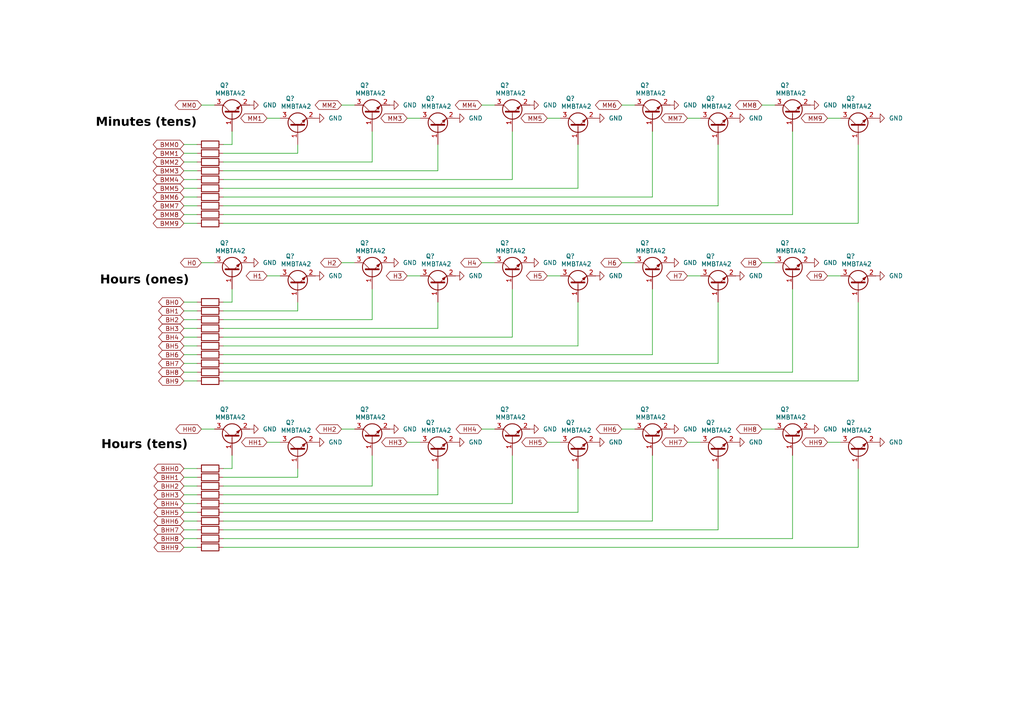
<source format=kicad_sch>
(kicad_sch (version 20231120) (generator "eeschema") (generator_version "8.0")
  (paper "A4")
  (lib_symbols
    (symbol "Device:R" (pin_numbers hide) (pin_names (offset 0))
      (property "Reference" "R" (at 2.032 0 90))
      (property "Value" "R" (at 0 0 90))
      (symbol "R_1_1"
        (pin passive line (at 0 3.81 270) (length 1.27) (name "~") (number "1"))
        (pin passive line (at 0 -3.81 90) (length 1.27) (name "~") (number "2"))
      )
    )
    (symbol "GND_1" (power) (pin_numbers hide) (pin_names (offset 0) hide)
      (property "Value" "GND" (at 0 -3.81 0))
      (symbol "GND_1_1_1"
        (pin power_in line (at 0 0 270) (length 0) (name "~") (number "1"))
      )
    )
    (symbol "GND_2" (power) (pin_numbers hide) (pin_names (offset 0) hide)
      (property "Value" "GND" (at 0 -3.81 0))
      (symbol "GND_2_1_1"
        (pin power_in line (at 0 0 270) (length 0) (name "~") (number "1"))
      )
    )
    (symbol "Transistor_BJT:MMBTA42" (pin_names (offset 0) hide)
      (property "Reference" "Q" (at 5.08 1.905 0))
      (property "Value" "MMBTA42" (at 5.08 0 0))
      (symbol "MMBTA42_1_1"
        (pin input line (at -5.08 0 0) (length 5.08) (name "B") (number "1"))
        (pin passive line (at 2.54 -5.08 90) (length 2.54) (name "E") (number "2"))
        (pin passive line (at 2.54 5.08 270) (length 2.54) (name "C") (number "3"))
      )
    )
  )
  (wire (pts (xy 229.87 132.08) (xy 229.87 156.21)))
  (wire (pts (xy 208.28 135.89) (xy 208.28 153.67)))
  (wire (pts (xy 64.77 44.45) (xy 86.36 44.45)))
  (wire (pts (xy 118.11 80.01) (xy 121.92 80.01)))
  (wire (pts (xy 53.34 138.43) (xy 57.15 138.43)))
  (wire (pts (xy 99.06 30.48) (xy 102.87 30.48)))
  (wire (pts (xy 107.95 132.08) (xy 107.95 140.97)))
  (wire (pts (xy 118.11 128.27) (xy 121.92 128.27)))
  (wire (pts (xy 248.92 41.91) (xy 248.92 64.77)))
  (wire (pts (xy 248.92 158.75) (xy 64.77 158.75)))
  (wire (pts (xy 229.87 107.95) (xy 64.77 107.95)))
  (wire (pts (xy 240.03 80.01) (xy 243.84 80.01)))
  (wire (pts (xy 86.36 44.45) (xy 86.36 41.91)))
  (wire (pts (xy 229.87 156.21) (xy 64.77 156.21)))
  (wire (pts (xy 53.34 143.51) (xy 57.15 143.51)))
  (wire (pts (xy 53.34 135.89) (xy 57.15 135.89)))
  (wire (pts (xy 53.34 140.97) (xy 57.15 140.97)))
  (wire (pts (xy 64.77 41.91) (xy 67.31 41.91)))
  (wire (pts (xy 53.34 90.17) (xy 57.15 90.17)))
  (wire (pts (xy 220.98 76.2) (xy 224.79 76.2)))
  (wire (pts (xy 53.34 44.45) (xy 57.15 44.45)))
  (wire (pts (xy 53.34 110.49) (xy 57.15 110.49)))
  (wire (pts (xy 167.64 54.61) (xy 64.77 54.61)))
  (wire (pts (xy 167.64 148.59) (xy 64.77 148.59)))
  (wire (pts (xy 229.87 38.1) (xy 229.87 62.23)))
  (wire (pts (xy 53.34 92.71) (xy 57.15 92.71)))
  (wire (pts (xy 67.31 87.63) (xy 67.31 83.82)))
  (wire (pts (xy 208.28 105.41) (xy 64.77 105.41)))
  (wire (pts (xy 248.92 110.49) (xy 64.77 110.49)))
  (wire (pts (xy 53.34 100.33) (xy 57.15 100.33)))
  (wire (pts (xy 53.34 57.15) (xy 57.15 57.15)))
  (wire (pts (xy 107.95 140.97) (xy 64.77 140.97)))
  (wire (pts (xy 248.92 64.77) (xy 64.77 64.77)))
  (wire (pts (xy 107.95 83.82) (xy 107.95 92.71)))
  (wire (pts (xy 167.64 135.89) (xy 167.64 148.59)))
  (wire (pts (xy 127 41.91) (xy 127 49.53)))
  (wire (pts (xy 139.7 30.48) (xy 143.51 30.48)))
  (wire (pts (xy 53.34 41.91) (xy 57.15 41.91)))
  (wire (pts (xy 189.23 102.87) (xy 64.77 102.87)))
  (wire (pts (xy 148.59 146.05) (xy 64.77 146.05)))
  (wire (pts (xy 53.34 59.69) (xy 57.15 59.69)))
  (wire (pts (xy 189.23 57.15) (xy 64.77 57.15)))
  (wire (pts (xy 118.11 34.29) (xy 121.92 34.29)))
  (wire (pts (xy 86.36 90.17) (xy 86.36 87.63)))
  (wire (pts (xy 53.34 158.75) (xy 57.15 158.75)))
  (wire (pts (xy 208.28 59.69) (xy 64.77 59.69)))
  (wire (pts (xy 180.34 30.48) (xy 184.15 30.48)))
  (wire (pts (xy 127 143.51) (xy 64.77 143.51)))
  (wire (pts (xy 158.75 34.29) (xy 162.56 34.29)))
  (wire (pts (xy 148.59 132.08) (xy 148.59 146.05)))
  (wire (pts (xy 208.28 87.63) (xy 208.28 105.41)))
  (wire (pts (xy 107.95 38.1) (xy 107.95 46.99)))
  (wire (pts (xy 240.03 34.29) (xy 243.84 34.29)))
  (wire (pts (xy 167.64 41.91) (xy 167.64 54.61)))
  (wire (pts (xy 53.34 64.77) (xy 57.15 64.77)))
  (wire (pts (xy 64.77 90.17) (xy 86.36 90.17)))
  (wire (pts (xy 58.42 30.48) (xy 62.23 30.48)))
  (wire (pts (xy 199.39 128.27) (xy 203.2 128.27)))
  (wire (pts (xy 208.28 41.91) (xy 208.28 59.69)))
  (wire (pts (xy 199.39 80.01) (xy 203.2 80.01)))
  (wire (pts (xy 58.42 124.46) (xy 62.23 124.46)))
  (wire (pts (xy 158.75 128.27) (xy 162.56 128.27)))
  (wire (pts (xy 148.59 83.82) (xy 148.59 97.79)))
  (wire (pts (xy 53.34 46.99) (xy 57.15 46.99)))
  (wire (pts (xy 64.77 87.63) (xy 67.31 87.63)))
  (wire (pts (xy 58.42 76.2) (xy 62.23 76.2)))
  (wire (pts (xy 99.06 124.46) (xy 102.87 124.46)))
  (wire (pts (xy 229.87 83.82) (xy 229.87 107.95)))
  (wire (pts (xy 53.34 156.21) (xy 57.15 156.21)))
  (wire (pts (xy 53.34 52.07) (xy 57.15 52.07)))
  (wire (pts (xy 99.06 76.2) (xy 102.87 76.2)))
  (wire (pts (xy 139.7 124.46) (xy 143.51 124.46)))
  (wire (pts (xy 107.95 92.71) (xy 64.77 92.71)))
  (wire (pts (xy 148.59 52.07) (xy 64.77 52.07)))
  (wire (pts (xy 53.34 148.59) (xy 57.15 148.59)))
  (wire (pts (xy 220.98 30.48) (xy 224.79 30.48)))
  (wire (pts (xy 248.92 87.63) (xy 248.92 110.49)))
  (wire (pts (xy 77.47 128.27) (xy 81.28 128.27)))
  (wire (pts (xy 86.36 138.43) (xy 86.36 135.89)))
  (wire (pts (xy 148.59 97.79) (xy 64.77 97.79)))
  (wire (pts (xy 53.34 153.67) (xy 57.15 153.67)))
  (wire (pts (xy 248.92 135.89) (xy 248.92 158.75)))
  (wire (pts (xy 208.28 153.67) (xy 64.77 153.67)))
  (wire (pts (xy 127 49.53) (xy 64.77 49.53)))
  (wire (pts (xy 189.23 83.82) (xy 189.23 102.87)))
  (wire (pts (xy 127 135.89) (xy 127 143.51)))
  (wire (pts (xy 148.59 38.1) (xy 148.59 52.07)))
  (wire (pts (xy 53.34 105.41) (xy 57.15 105.41)))
  (wire (pts (xy 139.7 76.2) (xy 143.51 76.2)))
  (wire (pts (xy 53.34 151.13) (xy 57.15 151.13)))
  (wire (pts (xy 53.34 97.79) (xy 57.15 97.79)))
  (wire (pts (xy 64.77 138.43) (xy 86.36 138.43)))
  (wire (pts (xy 127 95.25) (xy 64.77 95.25)))
  (wire (pts (xy 158.75 80.01) (xy 162.56 80.01)))
  (wire (pts (xy 53.34 54.61) (xy 57.15 54.61)))
  (wire (pts (xy 53.34 107.95) (xy 57.15 107.95)))
  (wire (pts (xy 127 87.63) (xy 127 95.25)))
  (wire (pts (xy 229.87 62.23) (xy 64.77 62.23)))
  (wire (pts (xy 53.34 49.53) (xy 57.15 49.53)))
  (wire (pts (xy 199.39 34.29) (xy 203.2 34.29)))
  (wire (pts (xy 189.23 38.1) (xy 189.23 57.15)))
  (wire (pts (xy 189.23 132.08) (xy 189.23 151.13)))
  (wire (pts (xy 220.98 124.46) (xy 224.79 124.46)))
  (wire (pts (xy 167.64 87.63) (xy 167.64 100.33)))
  (wire (pts (xy 189.23 151.13) (xy 64.77 151.13)))
  (wire (pts (xy 67.31 135.89) (xy 67.31 132.08)))
  (wire (pts (xy 53.34 62.23) (xy 57.15 62.23)))
  (wire (pts (xy 67.31 41.91) (xy 67.31 38.1)))
  (wire (pts (xy 53.34 146.05) (xy 57.15 146.05)))
  (wire (pts (xy 180.34 124.46) (xy 184.15 124.46)))
  (wire (pts (xy 53.34 95.25) (xy 57.15 95.25)))
  (wire (pts (xy 53.34 87.63) (xy 57.15 87.63)))
  (wire (pts (xy 180.34 76.2) (xy 184.15 76.2)))
  (wire (pts (xy 107.95 46.99) (xy 64.77 46.99)))
  (wire (pts (xy 167.64 100.33) (xy 64.77 100.33)))
  (wire (pts (xy 240.03 128.27) (xy 243.84 128.27)))
  (wire (pts (xy 64.77 135.89) (xy 67.31 135.89)))
  (wire (pts (xy 53.34 102.87) (xy 57.15 102.87)))
  (wire (pts (xy 77.47 34.29) (xy 81.28 34.29)))
  (wire (pts (xy 77.47 80.01) (xy 81.28 80.01)))
  (text "Hours (tens)" (at 41.91 129.794 0) (effects (font (size 2.54 2.54) (bold yes))))
  (text "Hours (ones)" (at 41.91 82.042 0) (effects (font (size 2.54 2.54) (bold yes))))
  (text "Minutes (tens)" (at 42.418 36.322 0) (effects (font (size 2.54 2.54) (bold yes))))
  (global_label "BH9" (shape bidirectional) (at 53.34 110.49 180) (property "Intersheetrefs" "${INTERSHEET_REFS}" (effects (hide yes))))
  (global_label "BH3" (shape bidirectional) (at 53.34 95.25 180) (property "Intersheetrefs" "${INTERSHEET_REFS}" (effects (hide yes))))
  (global_label "H0" (shape bidirectional) (at 58.42 76.2 180) (property "Intersheetrefs" "${INTERSHEET_REFS}" (effects (hide yes))))
  (global_label "BHH0" (shape bidirectional) (at 53.34 135.89 180) (property "Intersheetrefs" "${INTERSHEET_REFS}" (effects (hide yes))))
  (global_label "MM6" (shape bidirectional) (at 180.34 30.48 180) (property "Intersheetrefs" "${INTERSHEET_REFS}" (effects (hide yes))))
  (global_label "BHH4" (shape bidirectional) (at 53.34 146.05 180) (property "Intersheetrefs" "${INTERSHEET_REFS}" (effects (hide yes))))
  (global_label "BMM2" (shape bidirectional) (at 53.34 46.99 180) (property "Intersheetrefs" "${INTERSHEET_REFS}" (effects (hide yes))))
  (global_label "BMM5" (shape bidirectional) (at 53.34 54.61 180) (property "Intersheetrefs" "${INTERSHEET_REFS}" (effects (hide yes))))
  (global_label "BMM0" (shape bidirectional) (at 53.34 41.91 180) (property "Intersheetrefs" "${INTERSHEET_REFS}" (effects (hide yes))))
  (global_label "H3" (shape bidirectional) (at 118.11 80.01 180) (property "Intersheetrefs" "${INTERSHEET_REFS}" (effects (hide yes))))
  (global_label "BMM7" (shape bidirectional) (at 53.34 59.69 180) (property "Intersheetrefs" "${INTERSHEET_REFS}" (effects (hide yes))))
  (global_label "BHH8" (shape bidirectional) (at 53.34 156.21 180) (property "Intersheetrefs" "${INTERSHEET_REFS}" (effects (hide yes))))
  (global_label "MM0" (shape bidirectional) (at 58.42 30.48 180) (property "Intersheetrefs" "${INTERSHEET_REFS}" (effects (hide yes))))
  (global_label "BH1" (shape bidirectional) (at 53.34 90.17 180) (property "Intersheetrefs" "${INTERSHEET_REFS}" (effects (hide yes))))
  (global_label "HH5" (shape bidirectional) (at 158.75 128.27 180) (property "Intersheetrefs" "${INTERSHEET_REFS}" (effects (hide yes))))
  (global_label "H5" (shape bidirectional) (at 158.75 80.01 180) (property "Intersheetrefs" "${INTERSHEET_REFS}" (effects (hide yes))))
  (global_label "MM1" (shape bidirectional) (at 77.47 34.29 180) (property "Intersheetrefs" "${INTERSHEET_REFS}" (effects (hide yes))))
  (global_label "H2" (shape bidirectional) (at 99.06 76.2 180) (property "Intersheetrefs" "${INTERSHEET_REFS}" (effects (hide yes))))
  (global_label "HH9" (shape bidirectional) (at 240.03 128.27 180) (property "Intersheetrefs" "${INTERSHEET_REFS}" (effects (hide yes))))
  (global_label "BMM9" (shape bidirectional) (at 53.34 64.77 180) (property "Intersheetrefs" "${INTERSHEET_REFS}" (effects (hide yes))))
  (global_label "HH3" (shape bidirectional) (at 118.11 128.27 180) (property "Intersheetrefs" "${INTERSHEET_REFS}" (effects (hide yes))))
  (global_label "MM8" (shape bidirectional) (at 220.98 30.48 180) (property "Intersheetrefs" "${INTERSHEET_REFS}" (effects (hide yes))))
  (global_label "BH5" (shape bidirectional) (at 53.34 100.33 180) (property "Intersheetrefs" "${INTERSHEET_REFS}" (effects (hide yes))))
  (global_label "BH6" (shape bidirectional) (at 53.34 102.87 180) (property "Intersheetrefs" "${INTERSHEET_REFS}" (effects (hide yes))))
  (global_label "BMM1" (shape bidirectional) (at 53.34 44.45 180) (property "Intersheetrefs" "${INTERSHEET_REFS}" (effects (hide yes))))
  (global_label "MM7" (shape bidirectional) (at 199.39 34.29 180) (property "Intersheetrefs" "${INTERSHEET_REFS}" (effects (hide yes))))
  (global_label "HH2" (shape bidirectional) (at 99.06 124.46 180) (property "Intersheetrefs" "${INTERSHEET_REFS}" (effects (hide yes))))
  (global_label "BHH6" (shape bidirectional) (at 53.34 151.13 180) (property "Intersheetrefs" "${INTERSHEET_REFS}" (effects (hide yes))))
  (global_label "BHH7" (shape bidirectional) (at 53.34 153.67 180) (property "Intersheetrefs" "${INTERSHEET_REFS}" (effects (hide yes))))
  (global_label "HH7" (shape bidirectional) (at 199.39 128.27 180) (property "Intersheetrefs" "${INTERSHEET_REFS}" (effects (hide yes))))
  (global_label "BMM8" (shape bidirectional) (at 53.34 62.23 180) (property "Intersheetrefs" "${INTERSHEET_REFS}" (effects (hide yes))))
  (global_label "BH2" (shape bidirectional) (at 53.34 92.71 180) (property "Intersheetrefs" "${INTERSHEET_REFS}" (effects (hide yes))))
  (global_label "H1" (shape bidirectional) (at 77.47 80.01 180) (property "Intersheetrefs" "${INTERSHEET_REFS}" (effects (hide yes))))
  (global_label "BHH9" (shape bidirectional) (at 53.34 158.75 180) (property "Intersheetrefs" "${INTERSHEET_REFS}" (effects (hide yes))))
  (global_label "H7" (shape bidirectional) (at 199.39 80.01 180) (property "Intersheetrefs" "${INTERSHEET_REFS}" (effects (hide yes))))
  (global_label "BMM4" (shape bidirectional) (at 53.34 52.07 180) (property "Intersheetrefs" "${INTERSHEET_REFS}" (effects (hide yes))))
  (global_label "BHH5" (shape bidirectional) (at 53.34 148.59 180) (property "Intersheetrefs" "${INTERSHEET_REFS}" (effects (hide yes))))
  (global_label "MM3" (shape bidirectional) (at 118.11 34.29 180) (property "Intersheetrefs" "${INTERSHEET_REFS}" (effects (hide yes))))
  (global_label "BH8" (shape bidirectional) (at 53.34 107.95 180) (property "Intersheetrefs" "${INTERSHEET_REFS}" (effects (hide yes))))
  (global_label "HH8" (shape bidirectional) (at 220.98 124.46 180) (property "Intersheetrefs" "${INTERSHEET_REFS}" (effects (hide yes))))
  (global_label "BHH3" (shape bidirectional) (at 53.34 143.51 180) (property "Intersheetrefs" "${INTERSHEET_REFS}" (effects (hide yes))))
  (global_label "BMM3" (shape bidirectional) (at 53.34 49.53 180) (property "Intersheetrefs" "${INTERSHEET_REFS}" (effects (hide yes))))
  (global_label "H9" (shape bidirectional) (at 240.03 80.01 180) (property "Intersheetrefs" "${INTERSHEET_REFS}" (effects (hide yes))))
  (global_label "BMM6" (shape bidirectional) (at 53.34 57.15 180) (property "Intersheetrefs" "${INTERSHEET_REFS}" (effects (hide yes))))
  (global_label "HH4" (shape bidirectional) (at 139.7 124.46 180) (property "Intersheetrefs" "${INTERSHEET_REFS}" (effects (hide yes))))
  (global_label "HH6" (shape bidirectional) (at 180.34 124.46 180) (property "Intersheetrefs" "${INTERSHEET_REFS}" (effects (hide yes))))
  (global_label "H8" (shape bidirectional) (at 220.98 76.2 180) (property "Intersheetrefs" "${INTERSHEET_REFS}" (effects (hide yes))))
  (global_label "HH0" (shape bidirectional) (at 58.42 124.46 180) (property "Intersheetrefs" "${INTERSHEET_REFS}" (effects (hide yes))))
  (global_label "MM9" (shape bidirectional) (at 240.03 34.29 180) (property "Intersheetrefs" "${INTERSHEET_REFS}" (effects (hide yes))))
  (global_label "MM2" (shape bidirectional) (at 99.06 30.48 180) (property "Intersheetrefs" "${INTERSHEET_REFS}" (effects (hide yes))))
  (global_label "BH0" (shape bidirectional) (at 53.34 87.63 180) (property "Intersheetrefs" "${INTERSHEET_REFS}" (effects (hide yes))))
  (global_label "BHH2" (shape bidirectional) (at 53.34 140.97 180) (property "Intersheetrefs" "${INTERSHEET_REFS}" (effects (hide yes))))
  (global_label "BHH1" (shape bidirectional) (at 53.34 138.43 180) (property "Intersheetrefs" "${INTERSHEET_REFS}" (effects (hide yes))))
  (global_label "H6" (shape bidirectional) (at 180.34 76.2 180) (property "Intersheetrefs" "${INTERSHEET_REFS}" (effects (hide yes))))
  (global_label "BH7" (shape bidirectional) (at 53.34 105.41 180) (property "Intersheetrefs" "${INTERSHEET_REFS}" (effects (hide yes))))
  (global_label "MM5" (shape bidirectional) (at 158.75 34.29 180) (property "Intersheetrefs" "${INTERSHEET_REFS}" (effects (hide yes))))
  (global_label "MM4" (shape bidirectional) (at 139.7 30.48 180) (property "Intersheetrefs" "${INTERSHEET_REFS}" (effects (hide yes))))
  (global_label "BH4" (shape bidirectional) (at 53.34 97.79 180) (property "Intersheetrefs" "${INTERSHEET_REFS}" (effects (hide yes))))
  (global_label "HH1" (shape bidirectional) (at 77.47 128.27 180) (property "Intersheetrefs" "${INTERSHEET_REFS}" (effects (hide yes))))
  (global_label "H4" (shape bidirectional) (at 139.7 76.2 180) (property "Intersheetrefs" "${INTERSHEET_REFS}" (effects (hide yes))))
  (symbol (lib_id "Transistor_BJT:MMBTA42") (at 67.31 78.74 90) (unit 1)
    (property "Reference" "Q?" (at 66.421 70.485 90) (effects (justify left)))
    (property "Value" "MMBTA42" (at 71.247 72.771 90) (effects (justify left)))
    (property "Footprint" "Package_TO_SOT_SMD:SOT-23" (effects (hide yes)))
    (property "Datasheet" "https://www.onsemi.com/pub/Collateral/MMBTA42LT1-D.PDF" (effects (hide yes)))
    (instances (project "nixie-clock-esp32" (path "" (reference "Q?") (unit 1))) (project "display" (path "" (reference "Q?") (unit 1))) (project "clock" (path "" (reference "Q2") (unit 1))))
  )
  (symbol (lib_name "GND_2") (lib_id "power:GND") (at 91.44 34.29 90) (unit 1)
    (property "Reference" "#PWR037" (effects (hide yes)))
    (property "Value" "GND" (at 95.25 34.2899 90) (effects (justify right)))
    (property "Description" "Power symbol creates a global label with name \"GND\" , ground" (effects (hide yes)))
  )
  (symbol (lib_id "Device:R") (at 60.96 90.17 90) (unit 1)
    (property "Reference" "R?" (effects (hide yes)))
    (property "Value" "10k" (effects (hide yes)))
    (property "Footprint" "Resistor_SMD:R_0805_2012Metric_Pad1.20x1.40mm_HandSolder" (effects (hide yes)))
    (property "Description" "Resistor" (effects (hide yes)))
    (property "Manufacturer_Part_Number" "RC0805FR-0710KL" (effects (hide yes)))
    (instances (project "nixie-clock-esp32" (path "" (reference "R?") (unit 1))) (project "display" (path "" (reference "R?") (unit 1))) (project "clock" (path "" (reference "R20") (unit 1))))
  )
  (symbol (lib_name "GND_2") (lib_id "power:GND") (at 194.31 124.46 90) (unit 1)
    (property "Reference" "#PWR054" (effects (hide yes)))
    (property "Value" "GND" (at 198.12 124.4599 90) (effects (justify right)))
    (property "Description" "Power symbol creates a global label with name \"GND\" , ground" (effects (hide yes)))
  )
  (symbol (lib_id "Device:R") (at 60.96 64.77 90) (unit 1)
    (property "Reference" "R?" (effects (hide yes)))
    (property "Value" "10k" (effects (hide yes)))
    (property "Footprint" "Resistor_SMD:R_0805_2012Metric_Pad1.20x1.40mm_HandSolder" (effects (hide yes)))
    (property "Description" "Resistor" (effects (hide yes)))
    (property "Manufacturer_Part_Number" "RC0805FR-0710KL" (effects (hide yes)))
    (instances (project "nixie-clock-esp32" (path "" (reference "R?") (unit 1))) (project "display" (path "" (reference "R?") (unit 1))) (project "clock" (path "" (reference "R18") (unit 1))))
  )
  (symbol (lib_name "GND_2") (lib_id "power:GND") (at 132.08 128.27 90) (unit 1)
    (property "Reference" "#PWR045" (effects (hide yes)))
    (property "Value" "GND" (at 135.89 128.2699 90) (effects (justify right)))
    (property "Description" "Power symbol creates a global label with name \"GND\" , ground" (effects (hide yes)))
  )
  (symbol (lib_id "Transistor_BJT:MMBTA42") (at 127 82.55 90) (unit 1)
    (property "Reference" "Q?" (at 126.111 74.295 90) (effects (justify left)))
    (property "Value" "MMBTA42" (at 130.937 76.581 90) (effects (justify left)))
    (property "Footprint" "Package_TO_SOT_SMD:SOT-23" (effects (hide yes)))
    (property "Datasheet" "https://www.onsemi.com/pub/Collateral/MMBTA42LT1-D.PDF" (effects (hide yes)))
    (instances (project "nixie-clock-esp32" (path "" (reference "Q?") (unit 1))) (project "display" (path "" (reference "Q?") (unit 1))) (project "clock" (path "" (reference "Q11") (unit 1))))
  )
  (symbol (lib_name "GND_2") (lib_id "power:GND") (at 91.44 128.27 90) (unit 1)
    (property "Reference" "#PWR039" (effects (hide yes)))
    (property "Value" "GND" (at 95.25 128.2699 90) (effects (justify right)))
    (property "Description" "Power symbol creates a global label with name \"GND\" , ground" (effects (hide yes)))
  )
  (symbol (lib_id "Device:R") (at 60.96 57.15 90) (unit 1)
    (property "Reference" "R?" (effects (hide yes)))
    (property "Value" "10k" (effects (hide yes)))
    (property "Footprint" "Resistor_SMD:R_0805_2012Metric_Pad1.20x1.40mm_HandSolder" (effects (hide yes)))
    (property "Description" "Resistor" (effects (hide yes)))
    (property "Manufacturer_Part_Number" "RC0805FR-0710KL" (effects (hide yes)))
    (instances (project "nixie-clock-esp32" (path "" (reference "R?") (unit 1))) (project "display" (path "" (reference "R?") (unit 1))) (project "clock" (path "" (reference "R15") (unit 1))))
  )
  (symbol (lib_id "Device:R") (at 60.96 95.25 90) (unit 1)
    (property "Reference" "R?" (effects (hide yes)))
    (property "Value" "10k" (effects (hide yes)))
    (property "Footprint" "Resistor_SMD:R_0805_2012Metric_Pad1.20x1.40mm_HandSolder" (effects (hide yes)))
    (property "Description" "Resistor" (effects (hide yes)))
    (property "Manufacturer_Part_Number" "RC0805FR-0710KL" (effects (hide yes)))
    (instances (project "nixie-clock-esp32" (path "" (reference "R?") (unit 1))) (project "display" (path "" (reference "R?") (unit 1))) (project "clock" (path "" (reference "R22") (unit 1))))
  )
  (symbol (lib_name "GND_2") (lib_id "power:GND") (at 194.31 30.48 90) (unit 1)
    (property "Reference" "#PWR052" (effects (hide yes)))
    (property "Value" "GND" (at 198.12 30.4799 90) (effects (justify right)))
    (property "Description" "Power symbol creates a global label with name \"GND\" , ground" (effects (hide yes)))
  )
  (symbol (lib_name "GND_2") (lib_id "power:GND") (at 132.08 80.01 90) (unit 1)
    (property "Reference" "#PWR044" (effects (hide yes)))
    (property "Value" "GND" (at 135.89 80.0099 90) (effects (justify right)))
    (property "Description" "Power symbol creates a global label with name \"GND\" , ground" (effects (hide yes)))
  )
  (symbol (lib_id "Transistor_BJT:MMBTA42") (at 86.36 36.83 90) (unit 1)
    (property "Reference" "Q?" (at 85.471 28.575 90) (effects (justify left)))
    (property "Value" "MMBTA42" (at 90.297 30.861 90) (effects (justify left)))
    (property "Footprint" "Package_TO_SOT_SMD:SOT-23" (effects (hide yes)))
    (property "Datasheet" "https://www.onsemi.com/pub/Collateral/MMBTA42LT1-D.PDF" (effects (hide yes)))
    (instances (project "nixie-clock-esp32" (path "" (reference "Q?") (unit 1))) (project "display" (path "" (reference "Q?") (unit 1))) (project "clock" (path "" (reference "Q4") (unit 1))))
  )
  (symbol (lib_id "Device:R") (at 60.96 156.21 90) (unit 1)
    (property "Reference" "R?" (effects (hide yes)))
    (property "Value" "10k" (effects (hide yes)))
    (property "Footprint" "Resistor_SMD:R_0805_2012Metric_Pad1.20x1.40mm_HandSolder" (effects (hide yes)))
    (property "Description" "Resistor" (effects (hide yes)))
    (property "Manufacturer_Part_Number" "RC0805FR-0710KL" (effects (hide yes)))
    (instances (project "nixie-clock-esp32" (path "" (reference "R?") (unit 1))) (project "display" (path "" (reference "R?") (unit 1))) (project "clock" (path "" (reference "R37") (unit 1))))
  )
  (symbol (lib_id "Device:R") (at 60.96 52.07 90) (unit 1)
    (property "Reference" "R?" (effects (hide yes)))
    (property "Value" "10k" (effects (hide yes)))
    (property "Footprint" "Resistor_SMD:R_0805_2012Metric_Pad1.20x1.40mm_HandSolder" (effects (hide yes)))
    (property "Description" "Resistor" (effects (hide yes)))
    (property "Manufacturer_Part_Number" "RC0805FR-0710KL" (effects (hide yes)))
    (instances (project "nixie-clock-esp32" (path "" (reference "R?") (unit 1))) (project "display" (path "" (reference "R?") (unit 1))) (project "clock" (path "" (reference "R13") (unit 1))))
  )
  (symbol (lib_id "Transistor_BJT:MMBTA42") (at 189.23 127 90) (unit 1)
    (property "Reference" "Q?" (at 188.341 118.745 90) (effects (justify left)))
    (property "Value" "MMBTA42" (at 193.167 121.031 90) (effects (justify left)))
    (property "Footprint" "Package_TO_SOT_SMD:SOT-23" (effects (hide yes)))
    (property "Datasheet" "https://www.onsemi.com/pub/Collateral/MMBTA42LT1-D.PDF" (effects (hide yes)))
    (instances (project "nixie-clock-esp32" (path "" (reference "Q?") (unit 1))) (project "display" (path "" (reference "Q?") (unit 1))) (project "clock" (path "" (reference "Q21") (unit 1))))
  )
  (symbol (lib_id "Transistor_BJT:MMBTA42") (at 189.23 78.74 90) (unit 1)
    (property "Reference" "Q?" (at 188.341 70.485 90) (effects (justify left)))
    (property "Value" "MMBTA42" (at 193.167 72.771 90) (effects (justify left)))
    (property "Footprint" "Package_TO_SOT_SMD:SOT-23" (effects (hide yes)))
    (property "Datasheet" "https://www.onsemi.com/pub/Collateral/MMBTA42LT1-D.PDF" (effects (hide yes)))
    (instances (project "nixie-clock-esp32" (path "" (reference "Q?") (unit 1))) (project "display" (path "" (reference "Q?") (unit 1))) (project "clock" (path "" (reference "Q20") (unit 1))))
  )
  (symbol (lib_name "GND_2") (lib_id "power:GND") (at 254 80.01 90) (unit 1)
    (property "Reference" "#PWR062" (effects (hide yes)))
    (property "Value" "GND" (at 257.81 80.0099 90) (effects (justify right)))
    (property "Description" "Power symbol creates a global label with name \"GND\" , ground" (effects (hide yes)))
  )
  (symbol (lib_id "Device:R") (at 60.96 87.63 90) (unit 1)
    (property "Reference" "R?" (effects (hide yes)))
    (property "Value" "10k" (effects (hide yes)))
    (property "Footprint" "Resistor_SMD:R_0805_2012Metric_Pad1.20x1.40mm_HandSolder" (effects (hide yes)))
    (property "Description" "Resistor" (effects (hide yes)))
    (property "Manufacturer_Part_Number" "RC0805FR-0710KL" (effects (hide yes)))
    (instances (project "nixie-clock-esp32" (path "" (reference "R?") (unit 1))) (project "display" (path "" (reference "R?") (unit 1))) (project "clock" (path "" (reference "R19") (unit 1))))
  )
  (symbol (lib_name "GND_2") (lib_id "power:GND") (at 72.39 76.2 90) (unit 1)
    (property "Reference" "#PWR035" (effects (hide yes)))
    (property "Value" "GND" (at 76.2 76.1999 90) (effects (justify right)))
    (property "Description" "Power symbol creates a global label with name \"GND\" , ground" (effects (hide yes)))
  )
  (symbol (lib_name "GND_2") (lib_id "power:GND") (at 172.72 34.29 90) (unit 1)
    (property "Reference" "#PWR049" (effects (hide yes)))
    (property "Value" "GND" (at 176.53 34.2899 90) (effects (justify right)))
    (property "Description" "Power symbol creates a global label with name \"GND\" , ground" (effects (hide yes)))
  )
  (symbol (lib_name "GND_2") (lib_id "power:GND") (at 132.08 34.29 90) (unit 1)
    (property "Reference" "#PWR043" (effects (hide yes)))
    (property "Value" "GND" (at 135.89 34.2899 90) (effects (justify right)))
    (property "Description" "Power symbol creates a global label with name \"GND\" , ground" (effects (hide yes)))
  )
  (symbol (lib_id "Transistor_BJT:MMBTA42") (at 229.87 127 90) (unit 1)
    (property "Reference" "Q?" (at 228.981 118.745 90) (effects (justify left)))
    (property "Value" "MMBTA42" (at 233.807 121.031 90) (effects (justify left)))
    (property "Footprint" "Package_TO_SOT_SMD:SOT-23" (effects (hide yes)))
    (property "Datasheet" "https://www.onsemi.com/pub/Collateral/MMBTA42LT1-D.PDF" (effects (hide yes)))
    (instances (project "nixie-clock-esp32" (path "" (reference "Q?") (unit 1))) (project "display" (path "" (reference "Q?") (unit 1))) (project "clock" (path "" (reference "Q27") (unit 1))))
  )
  (symbol (lib_id "Transistor_BJT:MMBTA42") (at 248.92 82.55 90) (unit 1)
    (property "Reference" "Q?" (at 248.031 74.295 90) (effects (justify left)))
    (property "Value" "MMBTA42" (at 252.857 76.581 90) (effects (justify left)))
    (property "Footprint" "Package_TO_SOT_SMD:SOT-23" (effects (hide yes)))
    (property "Datasheet" "https://www.onsemi.com/pub/Collateral/MMBTA42LT1-D.PDF" (effects (hide yes)))
    (instances (project "nixie-clock-esp32" (path "" (reference "Q?") (unit 1))) (project "display" (path "" (reference "Q?") (unit 1))) (project "clock" (path "" (reference "Q29") (unit 1))))
  )
  (symbol (lib_name "GND_2") (lib_id "power:GND") (at 234.95 124.46 90) (unit 1)
    (property "Reference" "#PWR060" (effects (hide yes)))
    (property "Value" "GND" (at 238.76 124.4599 90) (effects (justify right)))
    (property "Description" "Power symbol creates a global label with name \"GND\" , ground" (effects (hide yes)))
  )
  (symbol (lib_name "GND_1") (lib_id "power:GND") (at 72.39 30.48 90) (unit 1)
    (property "Reference" "#PWR034" (effects (hide yes)))
    (property "Value" "GND" (at 76.2 30.4799 90) (effects (justify right)))
    (property "Description" "Power symbol creates a global label with name \"GND\" , ground" (effects (hide yes)))
  )
  (symbol (lib_id "Transistor_BJT:MMBTA42") (at 167.64 36.83 90) (unit 1)
    (property "Reference" "Q?" (at 166.751 28.575 90) (effects (justify left)))
    (property "Value" "MMBTA42" (at 171.577 30.861 90) (effects (justify left)))
    (property "Footprint" "Package_TO_SOT_SMD:SOT-23" (effects (hide yes)))
    (property "Datasheet" "https://www.onsemi.com/pub/Collateral/MMBTA42LT1-D.PDF" (effects (hide yes)))
    (instances (project "nixie-clock-esp32" (path "" (reference "Q?") (unit 1))) (project "display" (path "" (reference "Q?") (unit 1))) (project "clock" (path "" (reference "Q16") (unit 1))))
  )
  (symbol (lib_id "Transistor_BJT:MMBTA42") (at 67.31 33.02 90) (unit 1)
    (property "Reference" "Q?" (at 66.421 24.765 90) (effects (justify left)))
    (property "Value" "MMBTA42" (at 71.247 27.051 90) (effects (justify left)))
    (property "Footprint" "Package_TO_SOT_SMD:SOT-23" (effects (hide yes)))
    (property "Datasheet" "https://www.onsemi.com/pub/Collateral/MMBTA42LT1-D.PDF" (effects (hide yes)))
    (instances (project "nixie-clock-esp32" (path "" (reference "Q?") (unit 1))) (project "display" (path "" (reference "Q?") (unit 1))) (project "clock" (path "" (reference "Q1") (unit 1))))
  )
  (symbol (lib_name "GND_2") (lib_id "power:GND") (at 113.03 124.46 90) (unit 1)
    (property "Reference" "#PWR042" (effects (hide yes)))
    (property "Value" "GND" (at 116.84 124.4599 90) (effects (justify right)))
    (property "Description" "Power symbol creates a global label with name \"GND\" , ground" (effects (hide yes)))
  )
  (symbol (lib_id "Device:R") (at 60.96 44.45 90) (unit 1)
    (property "Reference" "R?" (effects (hide yes)))
    (property "Value" "10k" (effects (hide yes)))
    (property "Footprint" "Resistor_SMD:R_0805_2012Metric_Pad1.20x1.40mm_HandSolder" (effects (hide yes)))
    (property "Description" "Resistor" (effects (hide yes)))
    (property "Manufacturer_Part_Number" "RC0805FR-0710KL" (effects (hide yes)))
    (instances (project "nixie-clock-esp32" (path "" (reference "R?") (unit 1))) (project "display" (path "" (reference "R?") (unit 1))) (project "clock" (path "" (reference "R10") (unit 1))))
  )
  (symbol (lib_id "Device:R") (at 60.96 59.69 90) (unit 1)
    (property "Reference" "R?" (effects (hide yes)))
    (property "Value" "10k" (effects (hide yes)))
    (property "Footprint" "Resistor_SMD:R_0805_2012Metric_Pad1.20x1.40mm_HandSolder" (effects (hide yes)))
    (property "Description" "Resistor" (effects (hide yes)))
    (property "Manufacturer_Part_Number" "RC0805FR-0710KL" (effects (hide yes)))
    (instances (project "nixie-clock-esp32" (path "" (reference "R?") (unit 1))) (project "display" (path "" (reference "R?") (unit 1))) (project "clock" (path "" (reference "R16") (unit 1))))
  )
  (symbol (lib_id "Device:R") (at 60.96 49.53 90) (unit 1)
    (property "Reference" "R?" (effects (hide yes)))
    (property "Value" "10k" (effects (hide yes)))
    (property "Footprint" "Resistor_SMD:R_0805_2012Metric_Pad1.20x1.40mm_HandSolder" (effects (hide yes)))
    (property "Description" "Resistor" (effects (hide yes)))
    (property "Manufacturer_Part_Number" "RC0805FR-0710KL" (effects (hide yes)))
    (instances (project "nixie-clock-esp32" (path "" (reference "R?") (unit 1))) (project "display" (path "" (reference "R?") (unit 1))) (project "clock" (path "" (reference "R12") (unit 1))))
  )
  (symbol (lib_id "Device:R") (at 60.96 62.23 90) (unit 1)
    (property "Reference" "R?" (effects (hide yes)))
    (property "Value" "10k" (effects (hide yes)))
    (property "Footprint" "Resistor_SMD:R_0805_2012Metric_Pad1.20x1.40mm_HandSolder" (effects (hide yes)))
    (property "Description" "Resistor" (effects (hide yes)))
    (property "Manufacturer_Part_Number" "RC0805FR-0710KL" (effects (hide yes)))
    (instances (project "nixie-clock-esp32" (path "" (reference "R?") (unit 1))) (project "display" (path "" (reference "R?") (unit 1))) (project "clock" (path "" (reference "R17") (unit 1))))
  )
  (symbol (lib_id "Transistor_BJT:MMBTA42") (at 248.92 36.83 90) (unit 1)
    (property "Reference" "Q?" (at 248.031 28.575 90) (effects (justify left)))
    (property "Value" "MMBTA42" (at 252.857 30.861 90) (effects (justify left)))
    (property "Footprint" "Package_TO_SOT_SMD:SOT-23" (effects (hide yes)))
    (property "Datasheet" "https://www.onsemi.com/pub/Collateral/MMBTA42LT1-D.PDF" (effects (hide yes)))
    (instances (project "nixie-clock-esp32" (path "" (reference "Q?") (unit 1))) (project "display" (path "" (reference "Q?") (unit 1))) (project "clock" (path "" (reference "Q28") (unit 1))))
  )
  (symbol (lib_name "GND_2") (lib_id "power:GND") (at 113.03 76.2 90) (unit 1)
    (property "Reference" "#PWR041" (effects (hide yes)))
    (property "Value" "GND" (at 116.84 76.1999 90) (effects (justify right)))
    (property "Description" "Power symbol creates a global label with name \"GND\" , ground" (effects (hide yes)))
  )
  (symbol (lib_id "Device:R") (at 60.96 146.05 90) (unit 1)
    (property "Reference" "R?" (effects (hide yes)))
    (property "Value" "10k" (effects (hide yes)))
    (property "Footprint" "Resistor_SMD:R_0805_2012Metric_Pad1.20x1.40mm_HandSolder" (effects (hide yes)))
    (property "Description" "Resistor" (effects (hide yes)))
    (property "Manufacturer_Part_Number" "RC0805FR-0710KL" (effects (hide yes)))
    (instances (project "nixie-clock-esp32" (path "" (reference "R?") (unit 1))) (project "display" (path "" (reference "R?") (unit 1))) (project "clock" (path "" (reference "R33") (unit 1))))
  )
  (symbol (lib_name "GND_2") (lib_id "power:GND") (at 234.95 30.48 90) (unit 1)
    (property "Reference" "#PWR058" (effects (hide yes)))
    (property "Value" "GND" (at 238.76 30.4799 90) (effects (justify right)))
    (property "Description" "Power symbol creates a global label with name \"GND\" , ground" (effects (hide yes)))
  )
  (symbol (lib_name "GND_2") (lib_id "power:GND") (at 153.67 76.2 90) (unit 1)
    (property "Reference" "#PWR047" (effects (hide yes)))
    (property "Value" "GND" (at 157.48 76.1999 90) (effects (justify right)))
    (property "Description" "Power symbol creates a global label with name \"GND\" , ground" (effects (hide yes)))
  )
  (symbol (lib_name "GND_2") (lib_id "power:GND") (at 172.72 80.01 90) (unit 1)
    (property "Reference" "#PWR050" (effects (hide yes)))
    (property "Value" "GND" (at 176.53 80.0099 90) (effects (justify right)))
    (property "Description" "Power symbol creates a global label with name \"GND\" , ground" (effects (hide yes)))
  )
  (symbol (lib_id "Transistor_BJT:MMBTA42") (at 208.28 130.81 90) (unit 1)
    (property "Reference" "Q?" (at 207.391 122.555 90) (effects (justify left)))
    (property "Value" "MMBTA42" (at 212.217 124.841 90) (effects (justify left)))
    (property "Footprint" "Package_TO_SOT_SMD:SOT-23" (effects (hide yes)))
    (property "Datasheet" "https://www.onsemi.com/pub/Collateral/MMBTA42LT1-D.PDF" (effects (hide yes)))
    (instances (project "nixie-clock-esp32" (path "" (reference "Q?") (unit 1))) (project "display" (path "" (reference "Q?") (unit 1))) (project "clock" (path "" (reference "Q24") (unit 1))))
  )
  (symbol (lib_id "Transistor_BJT:MMBTA42") (at 86.36 82.55 90) (unit 1)
    (property "Reference" "Q?" (at 85.471 74.295 90) (effects (justify left)))
    (property "Value" "MMBTA42" (at 90.297 76.581 90) (effects (justify left)))
    (property "Footprint" "Package_TO_SOT_SMD:SOT-23" (effects (hide yes)))
    (property "Datasheet" "https://www.onsemi.com/pub/Collateral/MMBTA42LT1-D.PDF" (effects (hide yes)))
    (instances (project "nixie-clock-esp32" (path "" (reference "Q?") (unit 1))) (project "display" (path "" (reference "Q?") (unit 1))) (project "clock" (path "" (reference "Q5") (unit 1))))
  )
  (symbol (lib_id "Transistor_BJT:MMBTA42") (at 148.59 33.02 90) (unit 1)
    (property "Reference" "Q?" (at 147.701 24.765 90) (effects (justify left)))
    (property "Value" "MMBTA42" (at 152.527 27.051 90) (effects (justify left)))
    (property "Footprint" "Package_TO_SOT_SMD:SOT-23" (effects (hide yes)))
    (property "Datasheet" "https://www.onsemi.com/pub/Collateral/MMBTA42LT1-D.PDF" (effects (hide yes)))
    (instances (project "nixie-clock-esp32" (path "" (reference "Q?") (unit 1))) (project "display" (path "" (reference "Q?") (unit 1))) (project "clock" (path "" (reference "Q13") (unit 1))))
  )
  (symbol (lib_name "GND_2") (lib_id "power:GND") (at 213.36 80.01 90) (unit 1)
    (property "Reference" "#PWR056" (effects (hide yes)))
    (property "Value" "GND" (at 217.17 80.0099 90) (effects (justify right)))
    (property "Description" "Power symbol creates a global label with name \"GND\" , ground" (effects (hide yes)))
  )
  (symbol (lib_id "Device:R") (at 60.96 140.97 90) (unit 1)
    (property "Reference" "R?" (effects (hide yes)))
    (property "Value" "10k" (effects (hide yes)))
    (property "Footprint" "Resistor_SMD:R_0805_2012Metric_Pad1.20x1.40mm_HandSolder" (effects (hide yes)))
    (property "Description" "Resistor" (effects (hide yes)))
    (property "Manufacturer_Part_Number" "RC0805FR-0710KL" (effects (hide yes)))
    (instances (project "nixie-clock-esp32" (path "" (reference "R?") (unit 1))) (project "display" (path "" (reference "R?") (unit 1))) (project "clock" (path "" (reference "R31") (unit 1))))
  )
  (symbol (lib_id "Transistor_BJT:MMBTA42") (at 148.59 127 90) (unit 1)
    (property "Reference" "Q?" (at 147.701 118.745 90) (effects (justify left)))
    (property "Value" "MMBTA42" (at 152.527 121.031 90) (effects (justify left)))
    (property "Footprint" "Package_TO_SOT_SMD:SOT-23" (effects (hide yes)))
    (property "Datasheet" "https://www.onsemi.com/pub/Collateral/MMBTA42LT1-D.PDF" (effects (hide yes)))
    (instances (project "nixie-clock-esp32" (path "" (reference "Q?") (unit 1))) (project "display" (path "" (reference "Q?") (unit 1))) (project "clock" (path "" (reference "Q15") (unit 1))))
  )
  (symbol (lib_name "GND_2") (lib_id "power:GND") (at 91.44 80.01 90) (unit 1)
    (property "Reference" "#PWR038" (effects (hide yes)))
    (property "Value" "GND" (at 95.25 80.0099 90) (effects (justify right)))
    (property "Description" "Power symbol creates a global label with name \"GND\" , ground" (effects (hide yes)))
  )
  (symbol (lib_name "GND_2") (lib_id "power:GND") (at 213.36 128.27 90) (unit 1)
    (property "Reference" "#PWR057" (effects (hide yes)))
    (property "Value" "GND" (at 217.17 128.2699 90) (effects (justify right)))
    (property "Description" "Power symbol creates a global label with name \"GND\" , ground" (effects (hide yes)))
  )
  (symbol (lib_id "Device:R") (at 60.96 100.33 90) (unit 1)
    (property "Reference" "R?" (effects (hide yes)))
    (property "Value" "10k" (effects (hide yes)))
    (property "Footprint" "Resistor_SMD:R_0805_2012Metric_Pad1.20x1.40mm_HandSolder" (effects (hide yes)))
    (property "Description" "Resistor" (effects (hide yes)))
    (property "Manufacturer_Part_Number" "RC0805FR-0710KL" (effects (hide yes)))
    (instances (project "nixie-clock-esp32" (path "" (reference "R?") (unit 1))) (project "display" (path "" (reference "R?") (unit 1))) (project "clock" (path "" (reference "R24") (unit 1))))
  )
  (symbol (lib_id "Transistor_BJT:MMBTA42") (at 208.28 36.83 90) (unit 1)
    (property "Reference" "Q?" (at 207.391 28.575 90) (effects (justify left)))
    (property "Value" "MMBTA42" (at 212.217 30.861 90) (effects (justify left)))
    (property "Footprint" "Package_TO_SOT_SMD:SOT-23" (effects (hide yes)))
    (property "Datasheet" "https://www.onsemi.com/pub/Collateral/MMBTA42LT1-D.PDF" (effects (hide yes)))
    (instances (project "nixie-clock-esp32" (path "" (reference "Q?") (unit 1))) (project "display" (path "" (reference "Q?") (unit 1))) (project "clock" (path "" (reference "Q22") (unit 1))))
  )
  (symbol (lib_id "Transistor_BJT:MMBTA42") (at 208.28 82.55 90) (unit 1)
    (property "Reference" "Q?" (at 207.391 74.295 90) (effects (justify left)))
    (property "Value" "MMBTA42" (at 212.217 76.581 90) (effects (justify left)))
    (property "Footprint" "Package_TO_SOT_SMD:SOT-23" (effects (hide yes)))
    (property "Datasheet" "https://www.onsemi.com/pub/Collateral/MMBTA42LT1-D.PDF" (effects (hide yes)))
    (instances (project "nixie-clock-esp32" (path "" (reference "Q?") (unit 1))) (project "display" (path "" (reference "Q?") (unit 1))) (project "clock" (path "" (reference "Q23") (unit 1))))
  )
  (symbol (lib_id "Transistor_BJT:MMBTA42") (at 167.64 82.55 90) (unit 1)
    (property "Reference" "Q?" (at 166.751 74.295 90) (effects (justify left)))
    (property "Value" "MMBTA42" (at 171.577 76.581 90) (effects (justify left)))
    (property "Footprint" "Package_TO_SOT_SMD:SOT-23" (effects (hide yes)))
    (property "Datasheet" "https://www.onsemi.com/pub/Collateral/MMBTA42LT1-D.PDF" (effects (hide yes)))
    (instances (project "nixie-clock-esp32" (path "" (reference "Q?") (unit 1))) (project "display" (path "" (reference "Q?") (unit 1))) (project "clock" (path "" (reference "Q17") (unit 1))))
  )
  (symbol (lib_name "GND_2") (lib_id "power:GND") (at 113.03 30.48 90) (unit 1)
    (property "Reference" "#PWR040" (effects (hide yes)))
    (property "Value" "GND" (at 116.84 30.4799 90) (effects (justify right)))
    (property "Description" "Power symbol creates a global label with name \"GND\" , ground" (effects (hide yes)))
  )
  (symbol (lib_name "GND_2") (lib_id "power:GND") (at 234.95 76.2 90) (unit 1)
    (property "Reference" "#PWR059" (effects (hide yes)))
    (property "Value" "GND" (at 238.76 76.1999 90) (effects (justify right)))
    (property "Description" "Power symbol creates a global label with name \"GND\" , ground" (effects (hide yes)))
  )
  (symbol (lib_id "Device:R") (at 60.96 143.51 90) (unit 1)
    (property "Reference" "R?" (effects (hide yes)))
    (property "Value" "10k" (effects (hide yes)))
    (property "Footprint" "Resistor_SMD:R_0805_2012Metric_Pad1.20x1.40mm_HandSolder" (effects (hide yes)))
    (property "Description" "Resistor" (effects (hide yes)))
    (property "Manufacturer_Part_Number" "RC0805FR-0710KL" (effects (hide yes)))
    (instances (project "nixie-clock-esp32" (path "" (reference "R?") (unit 1))) (project "display" (path "" (reference "R?") (unit 1))) (project "clock" (path "" (reference "R32") (unit 1))))
  )
  (symbol (lib_id "Device:R") (at 60.96 92.71 90) (unit 1)
    (property "Reference" "R?" (effects (hide yes)))
    (property "Value" "10k" (effects (hide yes)))
    (property "Footprint" "Resistor_SMD:R_0805_2012Metric_Pad1.20x1.40mm_HandSolder" (effects (hide yes)))
    (property "Description" "Resistor" (effects (hide yes)))
    (property "Manufacturer_Part_Number" "RC0805FR-0710KL" (effects (hide yes)))
    (instances (project "nixie-clock-esp32" (path "" (reference "R?") (unit 1))) (project "display" (path "" (reference "R?") (unit 1))) (project "clock" (path "" (reference "R21") (unit 1))))
  )
  (symbol (lib_id "Transistor_BJT:MMBTA42") (at 148.59 78.74 90) (unit 1)
    (property "Reference" "Q?" (at 147.701 70.485 90) (effects (justify left)))
    (property "Value" "MMBTA42" (at 152.527 72.771 90) (effects (justify left)))
    (property "Footprint" "Package_TO_SOT_SMD:SOT-23" (effects (hide yes)))
    (property "Datasheet" "https://www.onsemi.com/pub/Collateral/MMBTA42LT1-D.PDF" (effects (hide yes)))
    (instances (project "nixie-clock-esp32" (path "" (reference "Q?") (unit 1))) (project "display" (path "" (reference "Q?") (unit 1))) (project "clock" (path "" (reference "Q14") (unit 1))))
  )
  (symbol (lib_id "Device:R") (at 60.96 138.43 90) (unit 1)
    (property "Reference" "R?" (effects (hide yes)))
    (property "Value" "10k" (effects (hide yes)))
    (property "Footprint" "Resistor_SMD:R_0805_2012Metric_Pad1.20x1.40mm_HandSolder" (effects (hide yes)))
    (property "Description" "Resistor" (effects (hide yes)))
    (property "Manufacturer_Part_Number" "RC0805FR-0710KL" (effects (hide yes)))
    (instances (project "nixie-clock-esp32" (path "" (reference "R?") (unit 1))) (project "display" (path "" (reference "R?") (unit 1))) (project "clock" (path "" (reference "R30") (unit 1))))
  )
  (symbol (lib_id "Transistor_BJT:MMBTA42") (at 248.92 130.81 90) (unit 1)
    (property "Reference" "Q?" (at 248.031 122.555 90) (effects (justify left)))
    (property "Value" "MMBTA42" (at 252.857 124.841 90) (effects (justify left)))
    (property "Footprint" "Package_TO_SOT_SMD:SOT-23" (effects (hide yes)))
    (property "Datasheet" "https://www.onsemi.com/pub/Collateral/MMBTA42LT1-D.PDF" (effects (hide yes)))
    (instances (project "nixie-clock-esp32" (path "" (reference "Q?") (unit 1))) (project "display" (path "" (reference "Q?") (unit 1))) (project "clock" (path "" (reference "Q30") (unit 1))))
  )
  (symbol (lib_id "Transistor_BJT:MMBTA42") (at 67.31 127 90) (unit 1)
    (property "Reference" "Q?" (at 66.421 118.745 90) (effects (justify left)))
    (property "Value" "MMBTA42" (at 71.247 121.031 90) (effects (justify left)))
    (property "Footprint" "Package_TO_SOT_SMD:SOT-23" (effects (hide yes)))
    (property "Datasheet" "https://www.onsemi.com/pub/Collateral/MMBTA42LT1-D.PDF" (effects (hide yes)))
    (instances (project "nixie-clock-esp32" (path "" (reference "Q?") (unit 1))) (project "display" (path "" (reference "Q?") (unit 1))) (project "clock" (path "" (reference "Q3") (unit 1))))
  )
  (symbol (lib_id "Transistor_BJT:MMBTA42") (at 127 36.83 90) (unit 1)
    (property "Reference" "Q?" (at 126.111 28.575 90) (effects (justify left)))
    (property "Value" "MMBTA42" (at 130.937 30.861 90) (effects (justify left)))
    (property "Footprint" "Package_TO_SOT_SMD:SOT-23" (effects (hide yes)))
    (property "Datasheet" "https://www.onsemi.com/pub/Collateral/MMBTA42LT1-D.PDF" (effects (hide yes)))
    (instances (project "nixie-clock-esp32" (path "" (reference "Q?") (unit 1))) (project "display" (path "" (reference "Q?") (unit 1))) (project "clock" (path "" (reference "Q10") (unit 1))))
  )
  (symbol (lib_id "Device:R") (at 60.96 110.49 90) (unit 1)
    (property "Reference" "R?" (effects (hide yes)))
    (property "Value" "10k" (effects (hide yes)))
    (property "Footprint" "Resistor_SMD:R_0805_2012Metric_Pad1.20x1.40mm_HandSolder" (effects (hide yes)))
    (property "Description" "Resistor" (effects (hide yes)))
    (property "Manufacturer_Part_Number" "RC0805FR-0710KL" (effects (hide yes)))
    (instances (project "nixie-clock-esp32" (path "" (reference "R?") (unit 1))) (project "display" (path "" (reference "R?") (unit 1))) (project "clock" (path "" (reference "R28") (unit 1))))
  )
  (symbol (lib_name "GND_2") (lib_id "power:GND") (at 172.72 128.27 90) (unit 1)
    (property "Reference" "#PWR051" (effects (hide yes)))
    (property "Value" "GND" (at 176.53 128.2699 90) (effects (justify right)))
    (property "Description" "Power symbol creates a global label with name \"GND\" , ground" (effects (hide yes)))
  )
  (symbol (lib_id "Device:R") (at 60.96 107.95 90) (unit 1)
    (property "Reference" "R?" (effects (hide yes)))
    (property "Value" "10k" (effects (hide yes)))
    (property "Footprint" "Resistor_SMD:R_0805_2012Metric_Pad1.20x1.40mm_HandSolder" (effects (hide yes)))
    (property "Description" "Resistor" (effects (hide yes)))
    (property "Manufacturer_Part_Number" "RC0805FR-0710KL" (effects (hide yes)))
    (instances (project "nixie-clock-esp32" (path "" (reference "R?") (unit 1))) (project "display" (path "" (reference "R?") (unit 1))) (project "clock" (path "" (reference "R27") (unit 1))))
  )
  (symbol (lib_id "Transistor_BJT:MMBTA42") (at 107.95 78.74 90) (unit 1)
    (property "Reference" "Q?" (at 107.061 70.485 90) (effects (justify left)))
    (property "Value" "MMBTA42" (at 111.887 72.771 90) (effects (justify left)))
    (property "Footprint" "Package_TO_SOT_SMD:SOT-23" (effects (hide yes)))
    (property "Datasheet" "https://www.onsemi.com/pub/Collateral/MMBTA42LT1-D.PDF" (effects (hide yes)))
    (instances (project "nixie-clock-esp32" (path "" (reference "Q?") (unit 1))) (project "display" (path "" (reference "Q?") (unit 1))) (project "clock" (path "" (reference "Q8") (unit 1))))
  )
  (symbol (lib_id "Transistor_BJT:MMBTA42") (at 107.95 33.02 90) (unit 1)
    (property "Reference" "Q?" (at 107.061 24.765 90) (effects (justify left)))
    (property "Value" "MMBTA42" (at 111.887 27.051 90) (effects (justify left)))
    (property "Footprint" "Package_TO_SOT_SMD:SOT-23" (effects (hide yes)))
    (property "Datasheet" "https://www.onsemi.com/pub/Collateral/MMBTA42LT1-D.PDF" (effects (hide yes)))
    (instances (project "nixie-clock-esp32" (path "" (reference "Q?") (unit 1))) (project "display" (path "" (reference "Q?") (unit 1))) (project "clock" (path "" (reference "Q7") (unit 1))))
  )
  (symbol (lib_id "Transistor_BJT:MMBTA42") (at 107.95 127 90) (unit 1)
    (property "Reference" "Q?" (at 107.061 118.745 90) (effects (justify left)))
    (property "Value" "MMBTA42" (at 111.887 121.031 90) (effects (justify left)))
    (property "Footprint" "Package_TO_SOT_SMD:SOT-23" (effects (hide yes)))
    (property "Datasheet" "https://www.onsemi.com/pub/Collateral/MMBTA42LT1-D.PDF" (effects (hide yes)))
    (instances (project "nixie-clock-esp32" (path "" (reference "Q?") (unit 1))) (project "display" (path "" (reference "Q?") (unit 1))) (project "clock" (path "" (reference "Q9") (unit 1))))
  )
  (symbol (lib_name "GND_2") (lib_id "power:GND") (at 153.67 30.48 90) (unit 1)
    (property "Reference" "#PWR046" (effects (hide yes)))
    (property "Value" "GND" (at 157.48 30.4799 90) (effects (justify right)))
    (property "Description" "Power symbol creates a global label with name \"GND\" , ground" (effects (hide yes)))
  )
  (symbol (lib_name "GND_2") (lib_id "power:GND") (at 254 128.27 90) (unit 1)
    (property "Reference" "#PWR063" (effects (hide yes)))
    (property "Value" "GND" (at 257.81 128.2699 90) (effects (justify right)))
    (property "Description" "Power symbol creates a global label with name \"GND\" , ground" (effects (hide yes)))
  )
  (symbol (lib_id "Transistor_BJT:MMBTA42") (at 229.87 78.74 90) (unit 1)
    (property "Reference" "Q?" (at 228.981 70.485 90) (effects (justify left)))
    (property "Value" "MMBTA42" (at 233.807 72.771 90) (effects (justify left)))
    (property "Footprint" "Package_TO_SOT_SMD:SOT-23" (effects (hide yes)))
    (property "Datasheet" "https://www.onsemi.com/pub/Collateral/MMBTA42LT1-D.PDF" (effects (hide yes)))
    (instances (project "nixie-clock-esp32" (path "" (reference "Q?") (unit 1))) (project "display" (path "" (reference "Q?") (unit 1))) (project "clock" (path "" (reference "Q26") (unit 1))))
  )
  (symbol (lib_id "Device:R") (at 60.96 153.67 90) (unit 1)
    (property "Reference" "R?" (effects (hide yes)))
    (property "Value" "10k" (effects (hide yes)))
    (property "Footprint" "Resistor_SMD:R_0805_2012Metric_Pad1.20x1.40mm_HandSolder" (effects (hide yes)))
    (property "Description" "Resistor" (effects (hide yes)))
    (property "Manufacturer_Part_Number" "RC0805FR-0710KL" (effects (hide yes)))
    (instances (project "nixie-clock-esp32" (path "" (reference "R?") (unit 1))) (project "display" (path "" (reference "R?") (unit 1))) (project "clock" (path "" (reference "R36") (unit 1))))
  )
  (symbol (lib_name "GND_2") (lib_id "power:GND") (at 153.67 124.46 90) (unit 1)
    (property "Reference" "#PWR048" (effects (hide yes)))
    (property "Value" "GND" (at 157.48 124.4599 90) (effects (justify right)))
    (property "Description" "Power symbol creates a global label with name \"GND\" , ground" (effects (hide yes)))
  )
  (symbol (lib_id "Device:R") (at 60.96 46.99 90) (unit 1)
    (property "Reference" "R?" (effects (hide yes)))
    (property "Value" "10k" (effects (hide yes)))
    (property "Footprint" "Resistor_SMD:R_0805_2012Metric_Pad1.20x1.40mm_HandSolder" (effects (hide yes)))
    (property "Description" "Resistor" (effects (hide yes)))
    (property "Manufacturer_Part_Number" "RC0805FR-0710KL" (effects (hide yes)))
    (instances (project "nixie-clock-esp32" (path "" (reference "R?") (unit 1))) (project "display" (path "" (reference "R?") (unit 1))) (project "clock" (path "" (reference "R11") (unit 1))))
  )
  (symbol (lib_id "Device:R") (at 60.96 102.87 90) (unit 1)
    (property "Reference" "R?" (effects (hide yes)))
    (property "Value" "10k" (effects (hide yes)))
    (property "Footprint" "Resistor_SMD:R_0805_2012Metric_Pad1.20x1.40mm_HandSolder" (effects (hide yes)))
    (property "Description" "Resistor" (effects (hide yes)))
    (property "Manufacturer_Part_Number" "RC0805FR-0710KL" (effects (hide yes)))
    (instances (project "nixie-clock-esp32" (path "" (reference "R?") (unit 1))) (project "display" (path "" (reference "R?") (unit 1))) (project "clock" (path "" (reference "R25") (unit 1))))
  )
  (symbol (lib_name "GND_2") (lib_id "power:GND") (at 254 34.29 90) (unit 1)
    (property "Reference" "#PWR061" (effects (hide yes)))
    (property "Value" "GND" (at 257.81 34.2899 90) (effects (justify right)))
    (property "Description" "Power symbol creates a global label with name \"GND\" , ground" (effects (hide yes)))
  )
  (symbol (lib_id "Device:R") (at 60.96 151.13 90) (unit 1)
    (property "Reference" "R?" (effects (hide yes)))
    (property "Value" "10k" (effects (hide yes)))
    (property "Footprint" "Resistor_SMD:R_0805_2012Metric_Pad1.20x1.40mm_HandSolder" (effects (hide yes)))
    (property "Description" "Resistor" (effects (hide yes)))
    (property "Manufacturer_Part_Number" "RC0805FR-0710KL" (effects (hide yes)))
    (instances (project "nixie-clock-esp32" (path "" (reference "R?") (unit 1))) (project "display" (path "" (reference "R?") (unit 1))) (project "clock" (path "" (reference "R35") (unit 1))))
  )
  (symbol (lib_id "Device:R") (at 60.96 54.61 90) (unit 1)
    (property "Reference" "R?" (effects (hide yes)))
    (property "Value" "10k" (effects (hide yes)))
    (property "Footprint" "Resistor_SMD:R_0805_2012Metric_Pad1.20x1.40mm_HandSolder" (effects (hide yes)))
    (property "Description" "Resistor" (effects (hide yes)))
    (property "Manufacturer_Part_Number" "RC0805FR-0710KL" (effects (hide yes)))
    (instances (project "nixie-clock-esp32" (path "" (reference "R?") (unit 1))) (project "display" (path "" (reference "R?") (unit 1))) (project "clock" (path "" (reference "R14") (unit 1))))
  )
  (symbol (lib_id "Device:R") (at 60.96 41.91 90) (unit 1)
    (property "Reference" "R?" (effects (hide yes)))
    (property "Value" "10k" (effects (hide yes)))
    (property "Footprint" "Resistor_SMD:R_0805_2012Metric_Pad1.20x1.40mm_HandSolder" (effects (hide yes)))
    (property "Description" "Resistor" (effects (hide yes)))
    (property "Manufacturer_Part_Number" "RC0805FR-0710KL" (effects (hide yes)))
    (instances (project "nixie-clock-esp32" (path "" (reference "R?") (unit 1))) (project "display" (path "" (reference "R?") (unit 1))) (project "clock" (path "" (reference "R9") (unit 1))))
  )
  (symbol (lib_id "Device:R") (at 60.96 158.75 90) (unit 1)
    (property "Reference" "R?" (effects (hide yes)))
    (property "Value" "10k" (effects (hide yes)))
    (property "Footprint" "Resistor_SMD:R_0805_2012Metric_Pad1.20x1.40mm_HandSolder" (effects (hide yes)))
    (property "Description" "Resistor" (effects (hide yes)))
    (property "Manufacturer_Part_Number" "RC0805FR-0710KL" (effects (hide yes)))
    (instances (project "nixie-clock-esp32" (path "" (reference "R?") (unit 1))) (project "display" (path "" (reference "R?") (unit 1))) (project "clock" (path "" (reference "R38") (unit 1))))
  )
  (symbol (lib_id "Device:R") (at 60.96 135.89 90) (unit 1)
    (property "Reference" "R?" (effects (hide yes)))
    (property "Value" "10k" (effects (hide yes)))
    (property "Footprint" "Resistor_SMD:R_0805_2012Metric_Pad1.20x1.40mm_HandSolder" (effects (hide yes)))
    (property "Description" "Resistor" (effects (hide yes)))
    (property "Manufacturer_Part_Number" "RC0805FR-0710KL" (effects (hide yes)))
    (instances (project "nixie-clock-esp32" (path "" (reference "R?") (unit 1))) (project "display" (path "" (reference "R?") (unit 1))) (project "clock" (path "" (reference "R29") (unit 1))))
  )
  (symbol (lib_id "Transistor_BJT:MMBTA42") (at 86.36 130.81 90) (unit 1)
    (property "Reference" "Q?" (at 85.471 122.555 90) (effects (justify left)))
    (property "Value" "MMBTA42" (at 90.297 124.841 90) (effects (justify left)))
    (property "Footprint" "Package_TO_SOT_SMD:SOT-23" (effects (hide yes)))
    (property "Datasheet" "https://www.onsemi.com/pub/Collateral/MMBTA42LT1-D.PDF" (effects (hide yes)))
    (instances (project "nixie-clock-esp32" (path "" (reference "Q?") (unit 1))) (project "display" (path "" (reference "Q?") (unit 1))) (project "clock" (path "" (reference "Q6") (unit 1))))
  )
  (symbol (lib_id "Transistor_BJT:MMBTA42") (at 167.64 130.81 90) (unit 1)
    (property "Reference" "Q?" (at 166.751 122.555 90) (effects (justify left)))
    (property "Value" "MMBTA42" (at 171.577 124.841 90) (effects (justify left)))
    (property "Footprint" "Package_TO_SOT_SMD:SOT-23" (effects (hide yes)))
    (property "Datasheet" "https://www.onsemi.com/pub/Collateral/MMBTA42LT1-D.PDF" (effects (hide yes)))
    (instances (project "nixie-clock-esp32" (path "" (reference "Q?") (unit 1))) (project "display" (path "" (reference "Q?") (unit 1))) (project "clock" (path "" (reference "Q18") (unit 1))))
  )
  (symbol (lib_name "GND_2") (lib_id "power:GND") (at 213.36 34.29 90) (unit 1)
    (property "Reference" "#PWR055" (effects (hide yes)))
    (property "Value" "GND" (at 217.17 34.2899 90) (effects (justify right)))
    (property "Description" "Power symbol creates a global label with name \"GND\" , ground" (effects (hide yes)))
  )
  (symbol (lib_id "Transistor_BJT:MMBTA42") (at 229.87 33.02 90) (unit 1)
    (property "Reference" "Q?" (at 228.981 24.765 90) (effects (justify left)))
    (property "Value" "MMBTA42" (at 233.807 27.051 90) (effects (justify left)))
    (property "Footprint" "Package_TO_SOT_SMD:SOT-23" (effects (hide yes)))
    (property "Datasheet" "https://www.onsemi.com/pub/Collateral/MMBTA42LT1-D.PDF" (effects (hide yes)))
    (instances (project "nixie-clock-esp32" (path "" (reference "Q?") (unit 1))) (project "display" (path "" (reference "Q?") (unit 1))) (project "clock" (path "" (reference "Q25") (unit 1))))
  )
  (symbol (lib_id "Device:R") (at 60.96 105.41 90) (unit 1)
    (property "Reference" "R?" (effects (hide yes)))
    (property "Value" "10k" (effects (hide yes)))
    (property "Footprint" "Resistor_SMD:R_0805_2012Metric_Pad1.20x1.40mm_HandSolder" (effects (hide yes)))
    (property "Description" "Resistor" (effects (hide yes)))
    (property "Manufacturer_Part_Number" "RC0805FR-0710KL" (effects (hide yes)))
    (instances (project "nixie-clock-esp32" (path "" (reference "R?") (unit 1))) (project "display" (path "" (reference "R?") (unit 1))) (project "clock" (path "" (reference "R26") (unit 1))))
  )
  (symbol (lib_id "Transistor_BJT:MMBTA42") (at 189.23 33.02 90) (unit 1)
    (property "Reference" "Q?" (at 188.341 24.765 90) (effects (justify left)))
    (property "Value" "MMBTA42" (at 193.167 27.051 90) (effects (justify left)))
    (property "Footprint" "Package_TO_SOT_SMD:SOT-23" (effects (hide yes)))
    (property "Datasheet" "https://www.onsemi.com/pub/Collateral/MMBTA42LT1-D.PDF" (effects (hide yes)))
    (instances (project "nixie-clock-esp32" (path "" (reference "Q?") (unit 1))) (project "display" (path "" (reference "Q?") (unit 1))) (project "clock" (path "" (reference "Q19") (unit 1))))
  )
  (symbol (lib_id "Device:R") (at 60.96 97.79 90) (unit 1)
    (property "Reference" "R?" (effects (hide yes)))
    (property "Value" "10k" (effects (hide yes)))
    (property "Footprint" "Resistor_SMD:R_0805_2012Metric_Pad1.20x1.40mm_HandSolder" (effects (hide yes)))
    (property "Description" "Resistor" (effects (hide yes)))
    (property "Manufacturer_Part_Number" "RC0805FR-0710KL" (effects (hide yes)))
    (instances (project "nixie-clock-esp32" (path "" (reference "R?") (unit 1))) (project "display" (path "" (reference "R?") (unit 1))) (project "clock" (path "" (reference "R23") (unit 1))))
  )
  (symbol (lib_id "Transistor_BJT:MMBTA42") (at 127 130.81 90) (unit 1)
    (property "Reference" "Q?" (at 126.111 122.555 90) (effects (justify left)))
    (property "Value" "MMBTA42" (at 130.937 124.841 90) (effects (justify left)))
    (property "Footprint" "Package_TO_SOT_SMD:SOT-23" (effects (hide yes)))
    (property "Datasheet" "https://www.onsemi.com/pub/Collateral/MMBTA42LT1-D.PDF" (effects (hide yes)))
    (instances (project "nixie-clock-esp32" (path "" (reference "Q?") (unit 1))) (project "display" (path "" (reference "Q?") (unit 1))) (project "clock" (path "" (reference "Q12") (unit 1))))
  )
  (symbol (lib_id "Device:R") (at 60.96 148.59 90) (unit 1)
    (property "Reference" "R?" (effects (hide yes)))
    (property "Value" "10k" (effects (hide yes)))
    (property "Footprint" "Resistor_SMD:R_0805_2012Metric_Pad1.20x1.40mm_HandSolder" (effects (hide yes)))
    (property "Description" "Resistor" (effects (hide yes)))
    (property "Manufacturer_Part_Number" "RC0805FR-0710KL" (effects (hide yes)))
    (instances (project "nixie-clock-esp32" (path "" (reference "R?") (unit 1))) (project "display" (path "" (reference "R?") (unit 1))) (project "clock" (path "" (reference "R34") (unit 1))))
  )
  (symbol (lib_name "GND_2") (lib_id "power:GND") (at 194.31 76.2 90) (unit 1)
    (property "Reference" "#PWR053" (effects (hide yes)))
    (property "Value" "GND" (at 198.12 76.1999 90) (effects (justify right)))
    (property "Description" "Power symbol creates a global label with name \"GND\" , ground" (effects (hide yes)))
  )
  (symbol (lib_name "GND_2") (lib_id "power:GND") (at 72.39 124.46 90) (unit 1)
    (property "Reference" "#PWR036" (effects (hide yes)))
    (property "Value" "GND" (at 76.2 124.4599 90) (effects (justify right)))
    (property "Description" "Power symbol creates a global label with name \"GND\" , ground" (effects (hide yes)))
  )
)
</source>
